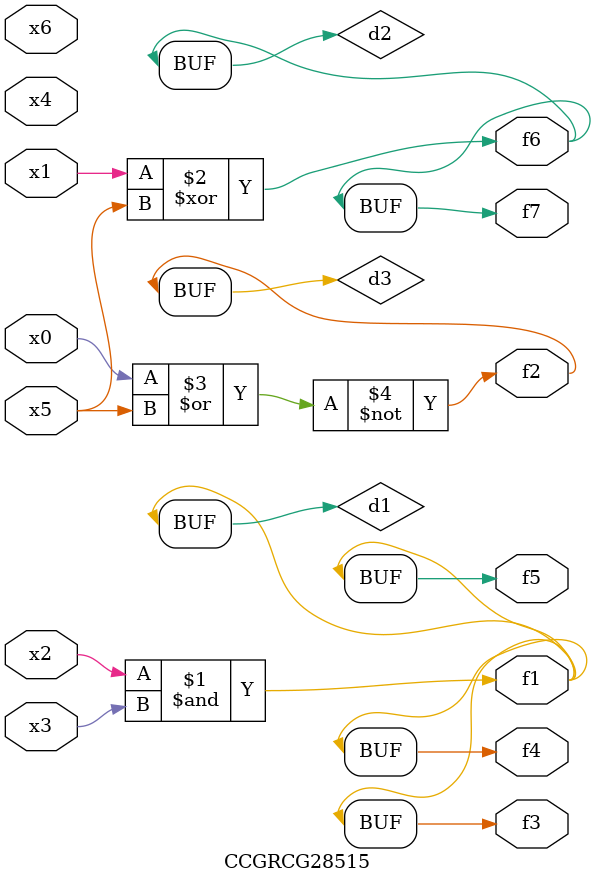
<source format=v>
module CCGRCG28515(
	input x0, x1, x2, x3, x4, x5, x6,
	output f1, f2, f3, f4, f5, f6, f7
);

	wire d1, d2, d3;

	and (d1, x2, x3);
	xor (d2, x1, x5);
	nor (d3, x0, x5);
	assign f1 = d1;
	assign f2 = d3;
	assign f3 = d1;
	assign f4 = d1;
	assign f5 = d1;
	assign f6 = d2;
	assign f7 = d2;
endmodule

</source>
